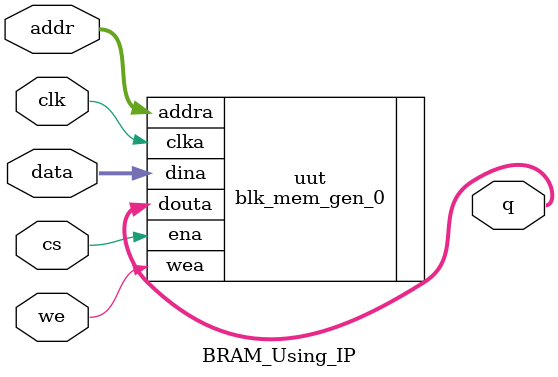
<source format=v>
`timescale 1ns / 1ps
module BRAM_Using_IP(	
    input [7:0] data,
	input [5:0] addr,  // 6 bit address bus that maximum gives addresses from 0-63
	input we, clk,
	input cs,
	output [7:0] q
);

blk_mem_gen_0 uut (
  .clka(clk),    // input wire clka
  .ena(cs),      // input wire ena
  .wea(we),      // input wire [0 : 0] wea
  .addra(addr),  // input wire [2 : 0] addra
  .dina(data),    // input wire [7 : 0] dina
  .douta(q)  // output wire [7 : 0] douta
);



endmodule

</source>
